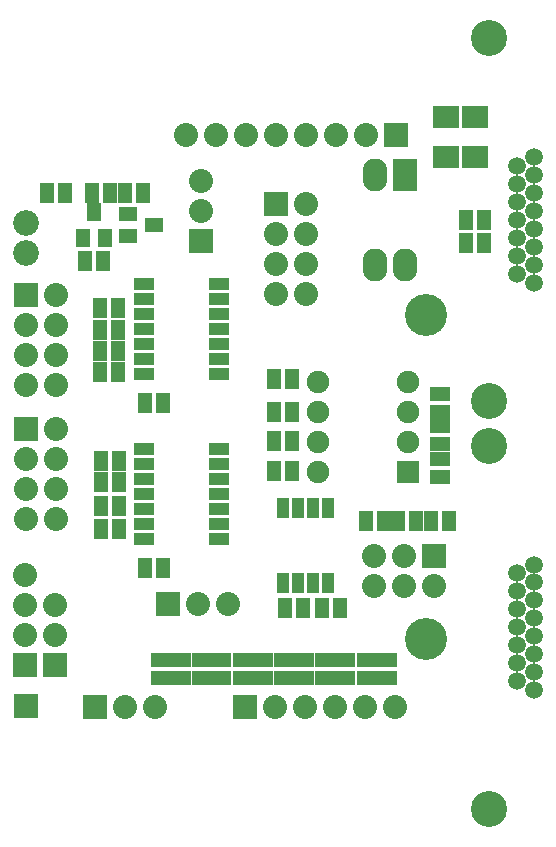
<source format=gts>
G04 (created by PCBNEW (2013-07-07 BZR 4022)-stable) date 16/09/2013 17:45:25*
%MOIN*%
G04 Gerber Fmt 3.4, Leading zero omitted, Abs format*
%FSLAX34Y34*%
G01*
G70*
G90*
G04 APERTURE LIST*
%ADD10C,0.00590551*%
%ADD11R,0.0908X0.0751*%
%ADD12C,0.14*%
%ADD13R,0.08X0.08*%
%ADD14C,0.08*%
%ADD15C,0.0593701*%
%ADD16C,0.12*%
%ADD17C,0.086*%
%ADD18R,0.065X0.045*%
%ADD19R,0.045X0.065*%
%ADD20R,0.065X0.04*%
%ADD21R,0.04X0.065*%
%ADD22R,0.0515X0.0594*%
%ADD23R,0.0594X0.0515*%
%ADD24R,0.075X0.075*%
%ADD25C,0.075*%
%ADD26R,0.082X0.11*%
%ADD27O,0.082X0.11*%
G04 APERTURE END LIST*
G54D10*
G54D11*
X37708Y-26244D03*
X37708Y-27582D03*
X36724Y-26244D03*
X36724Y-27582D03*
G54D12*
X36060Y-32856D03*
X36060Y-43645D03*
G54D13*
X25039Y-45905D03*
G54D14*
X26039Y-45905D03*
X27039Y-45905D03*
G54D13*
X23712Y-44507D03*
G54D14*
X23712Y-43507D03*
X23712Y-42507D03*
G54D15*
X39677Y-27574D03*
X39086Y-27874D03*
X39677Y-28173D03*
X39086Y-28472D03*
X39677Y-28771D03*
X39086Y-29070D03*
X39677Y-29370D03*
X39086Y-29669D03*
X39677Y-29968D03*
X39086Y-30267D03*
X39677Y-30566D03*
X39086Y-30866D03*
X39677Y-31165D03*
X39086Y-31464D03*
X39677Y-31763D03*
G54D16*
X38177Y-23620D03*
X38177Y-35718D03*
G54D15*
X39677Y-41157D03*
X39086Y-41456D03*
X39677Y-41755D03*
X39086Y-42055D03*
X39677Y-42354D03*
X39086Y-42653D03*
X39677Y-42952D03*
X39086Y-43251D03*
X39677Y-43551D03*
X39086Y-43850D03*
X39677Y-44149D03*
X39086Y-44448D03*
X39677Y-44748D03*
X39086Y-45047D03*
X39677Y-45346D03*
G54D16*
X38177Y-37202D03*
X38177Y-49301D03*
G54D17*
X22748Y-29759D03*
X22748Y-30759D03*
G54D13*
X36346Y-40881D03*
G54D14*
X36346Y-41881D03*
X35346Y-40881D03*
X35346Y-41881D03*
X34346Y-40881D03*
X34346Y-41881D03*
G54D13*
X22708Y-44496D03*
G54D14*
X22708Y-43496D03*
X22708Y-42496D03*
X22708Y-41496D03*
G54D13*
X31066Y-29153D03*
G54D14*
X32066Y-29153D03*
X31066Y-30153D03*
X32066Y-30153D03*
X31066Y-31153D03*
X32066Y-31153D03*
X31066Y-32153D03*
X32066Y-32153D03*
G54D13*
X22720Y-32185D03*
G54D14*
X23720Y-32185D03*
X22720Y-33185D03*
X23720Y-33185D03*
X22720Y-34185D03*
X23720Y-34185D03*
X22720Y-35185D03*
X23720Y-35185D03*
G54D13*
X22720Y-36633D03*
G54D14*
X23720Y-36633D03*
X22720Y-37633D03*
X23720Y-37633D03*
X22720Y-38633D03*
X23720Y-38633D03*
X22720Y-39633D03*
X23720Y-39633D03*
G54D18*
X27905Y-44929D03*
X27905Y-44329D03*
X29244Y-44929D03*
X29244Y-44329D03*
X34086Y-44329D03*
X34086Y-44929D03*
X32708Y-44329D03*
X32708Y-44929D03*
X32000Y-44329D03*
X32000Y-44929D03*
X30622Y-44929D03*
X30622Y-44329D03*
X31330Y-44929D03*
X31330Y-44329D03*
X34755Y-44929D03*
X34755Y-44329D03*
G54D19*
X23432Y-28783D03*
X24032Y-28783D03*
X38008Y-30456D03*
X37408Y-30456D03*
G54D18*
X36527Y-35471D03*
X36527Y-36071D03*
G54D19*
X31011Y-37051D03*
X31611Y-37051D03*
G54D18*
X29952Y-44329D03*
X29952Y-44929D03*
X36527Y-37637D03*
X36527Y-38237D03*
G54D19*
X31011Y-36066D03*
X31611Y-36066D03*
G54D18*
X36527Y-36554D03*
X36527Y-37154D03*
G54D19*
X31011Y-34984D03*
X31611Y-34984D03*
X25823Y-39196D03*
X25223Y-39196D03*
X25823Y-38409D03*
X25223Y-38409D03*
X25823Y-39984D03*
X25223Y-39984D03*
X25803Y-33330D03*
X25203Y-33330D03*
X25803Y-34039D03*
X25203Y-34039D03*
G54D18*
X27236Y-44329D03*
X27236Y-44929D03*
G54D19*
X34062Y-39708D03*
X34662Y-39708D03*
G54D18*
X28614Y-44329D03*
X28614Y-44929D03*
G54D19*
X33205Y-42622D03*
X32605Y-42622D03*
X25528Y-28763D03*
X24928Y-28763D03*
X24711Y-31047D03*
X25311Y-31047D03*
X36227Y-39708D03*
X36827Y-39708D03*
X25803Y-34748D03*
X25203Y-34748D03*
X35144Y-39708D03*
X35744Y-39708D03*
X27300Y-41283D03*
X26700Y-41283D03*
X31611Y-38035D03*
X31011Y-38035D03*
X27300Y-35771D03*
X26700Y-35771D03*
X31365Y-42622D03*
X31965Y-42622D03*
G54D20*
X29166Y-40303D03*
X29166Y-39803D03*
X29166Y-39303D03*
X29166Y-38803D03*
X29166Y-38303D03*
X29166Y-37803D03*
X29166Y-37303D03*
X26666Y-37303D03*
X26666Y-37803D03*
X26666Y-38803D03*
X26666Y-39303D03*
X26666Y-39803D03*
X26666Y-40303D03*
X26666Y-38303D03*
X29166Y-34791D03*
X29166Y-34291D03*
X29166Y-33791D03*
X29166Y-33291D03*
X29166Y-32791D03*
X29166Y-32291D03*
X29166Y-31791D03*
X26666Y-31791D03*
X26666Y-32291D03*
X26666Y-33291D03*
X26666Y-33791D03*
X26666Y-34291D03*
X26666Y-34791D03*
X26666Y-32791D03*
G54D21*
X31309Y-39285D03*
X31809Y-39285D03*
X32309Y-39285D03*
X32809Y-39285D03*
X32809Y-41785D03*
X32309Y-41785D03*
X31809Y-41785D03*
X31309Y-41785D03*
G54D22*
X24992Y-29413D03*
X25367Y-30279D03*
X24617Y-30279D03*
G54D23*
X26999Y-29846D03*
X26133Y-30221D03*
X26133Y-29471D03*
G54D13*
X27456Y-42464D03*
G54D14*
X28456Y-42464D03*
X29456Y-42464D03*
G54D13*
X28555Y-30374D03*
G54D14*
X28555Y-29374D03*
X28555Y-28374D03*
G54D13*
X22748Y-45889D03*
G54D19*
X38008Y-29669D03*
X37408Y-29669D03*
X26030Y-28763D03*
X26630Y-28763D03*
G54D18*
X33377Y-44929D03*
X33377Y-44329D03*
G54D19*
X25803Y-32622D03*
X25203Y-32622D03*
X25823Y-37720D03*
X25223Y-37720D03*
G54D24*
X35468Y-38059D03*
G54D25*
X35468Y-37059D03*
X35468Y-36059D03*
X35468Y-35059D03*
X32468Y-35059D03*
X32468Y-36059D03*
X32468Y-37059D03*
X32468Y-38059D03*
G54D13*
X35062Y-26826D03*
G54D14*
X34062Y-26826D03*
X33062Y-26826D03*
X32062Y-26826D03*
X31062Y-26826D03*
X30062Y-26826D03*
X29062Y-26826D03*
X28062Y-26826D03*
G54D13*
X30031Y-45909D03*
G54D14*
X31031Y-45909D03*
X32031Y-45909D03*
X33031Y-45909D03*
X34031Y-45909D03*
X35031Y-45909D03*
G54D26*
X35362Y-28169D03*
G54D27*
X34362Y-28169D03*
X34362Y-31169D03*
X35362Y-31169D03*
M02*

</source>
